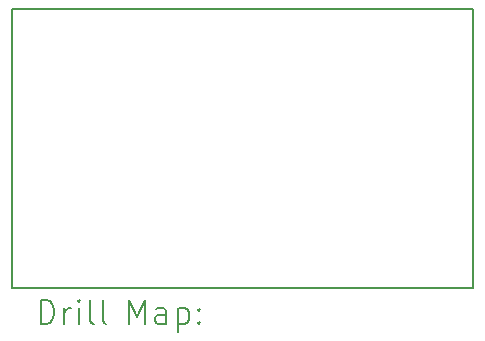
<source format=gbr>
%TF.GenerationSoftware,KiCad,Pcbnew,(7.0.0)*%
%TF.CreationDate,2023-08-21T19:51:53+02:00*%
%TF.ProjectId,s3Basic,73334261-7369-4632-9e6b-696361645f70,rev?*%
%TF.SameCoordinates,Original*%
%TF.FileFunction,Drillmap*%
%TF.FilePolarity,Positive*%
%FSLAX45Y45*%
G04 Gerber Fmt 4.5, Leading zero omitted, Abs format (unit mm)*
G04 Created by KiCad (PCBNEW (7.0.0)) date 2023-08-21 19:51:53*
%MOMM*%
%LPD*%
G01*
G04 APERTURE LIST*
%ADD10C,0.150000*%
%ADD11C,0.200000*%
G04 APERTURE END LIST*
D10*
X8400000Y-9169400D02*
X12300000Y-9169400D01*
X12300000Y-6807200D02*
X12300000Y-9169400D01*
X8400000Y-9169400D02*
X8400000Y-6807200D01*
X8400000Y-6807200D02*
X12300000Y-6807200D01*
D11*
X8640119Y-9470376D02*
X8640119Y-9270376D01*
X8640119Y-9270376D02*
X8687738Y-9270376D01*
X8687738Y-9270376D02*
X8716310Y-9279900D01*
X8716310Y-9279900D02*
X8735357Y-9298948D01*
X8735357Y-9298948D02*
X8744881Y-9317995D01*
X8744881Y-9317995D02*
X8754405Y-9356090D01*
X8754405Y-9356090D02*
X8754405Y-9384662D01*
X8754405Y-9384662D02*
X8744881Y-9422757D01*
X8744881Y-9422757D02*
X8735357Y-9441805D01*
X8735357Y-9441805D02*
X8716310Y-9460852D01*
X8716310Y-9460852D02*
X8687738Y-9470376D01*
X8687738Y-9470376D02*
X8640119Y-9470376D01*
X8840119Y-9470376D02*
X8840119Y-9337043D01*
X8840119Y-9375138D02*
X8849643Y-9356090D01*
X8849643Y-9356090D02*
X8859167Y-9346567D01*
X8859167Y-9346567D02*
X8878214Y-9337043D01*
X8878214Y-9337043D02*
X8897262Y-9337043D01*
X8963929Y-9470376D02*
X8963929Y-9337043D01*
X8963929Y-9270376D02*
X8954405Y-9279900D01*
X8954405Y-9279900D02*
X8963929Y-9289424D01*
X8963929Y-9289424D02*
X8973452Y-9279900D01*
X8973452Y-9279900D02*
X8963929Y-9270376D01*
X8963929Y-9270376D02*
X8963929Y-9289424D01*
X9087738Y-9470376D02*
X9068690Y-9460852D01*
X9068690Y-9460852D02*
X9059167Y-9441805D01*
X9059167Y-9441805D02*
X9059167Y-9270376D01*
X9192500Y-9470376D02*
X9173452Y-9460852D01*
X9173452Y-9460852D02*
X9163929Y-9441805D01*
X9163929Y-9441805D02*
X9163929Y-9270376D01*
X9388690Y-9470376D02*
X9388690Y-9270376D01*
X9388690Y-9270376D02*
X9455357Y-9413233D01*
X9455357Y-9413233D02*
X9522024Y-9270376D01*
X9522024Y-9270376D02*
X9522024Y-9470376D01*
X9702976Y-9470376D02*
X9702976Y-9365614D01*
X9702976Y-9365614D02*
X9693452Y-9346567D01*
X9693452Y-9346567D02*
X9674405Y-9337043D01*
X9674405Y-9337043D02*
X9636309Y-9337043D01*
X9636309Y-9337043D02*
X9617262Y-9346567D01*
X9702976Y-9460852D02*
X9683929Y-9470376D01*
X9683929Y-9470376D02*
X9636309Y-9470376D01*
X9636309Y-9470376D02*
X9617262Y-9460852D01*
X9617262Y-9460852D02*
X9607738Y-9441805D01*
X9607738Y-9441805D02*
X9607738Y-9422757D01*
X9607738Y-9422757D02*
X9617262Y-9403710D01*
X9617262Y-9403710D02*
X9636309Y-9394186D01*
X9636309Y-9394186D02*
X9683929Y-9394186D01*
X9683929Y-9394186D02*
X9702976Y-9384662D01*
X9798214Y-9337043D02*
X9798214Y-9537043D01*
X9798214Y-9346567D02*
X9817262Y-9337043D01*
X9817262Y-9337043D02*
X9855357Y-9337043D01*
X9855357Y-9337043D02*
X9874405Y-9346567D01*
X9874405Y-9346567D02*
X9883929Y-9356090D01*
X9883929Y-9356090D02*
X9893452Y-9375138D01*
X9893452Y-9375138D02*
X9893452Y-9432281D01*
X9893452Y-9432281D02*
X9883929Y-9451329D01*
X9883929Y-9451329D02*
X9874405Y-9460852D01*
X9874405Y-9460852D02*
X9855357Y-9470376D01*
X9855357Y-9470376D02*
X9817262Y-9470376D01*
X9817262Y-9470376D02*
X9798214Y-9460852D01*
X9979167Y-9451329D02*
X9988690Y-9460852D01*
X9988690Y-9460852D02*
X9979167Y-9470376D01*
X9979167Y-9470376D02*
X9969643Y-9460852D01*
X9969643Y-9460852D02*
X9979167Y-9451329D01*
X9979167Y-9451329D02*
X9979167Y-9470376D01*
X9979167Y-9346567D02*
X9988690Y-9356090D01*
X9988690Y-9356090D02*
X9979167Y-9365614D01*
X9979167Y-9365614D02*
X9969643Y-9356090D01*
X9969643Y-9356090D02*
X9979167Y-9346567D01*
X9979167Y-9346567D02*
X9979167Y-9365614D01*
M02*

</source>
